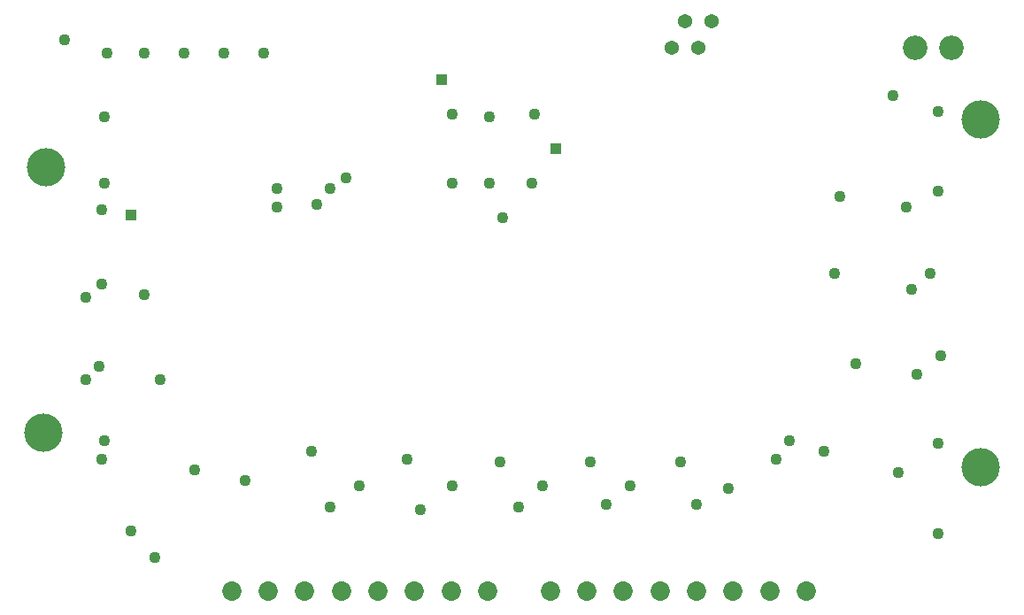
<source format=gbs>
G75*
%MOIN*%
%OFA0B0*%
%FSLAX24Y24*%
%IPPOS*%
%LPD*%
%AMOC8*
5,1,8,0,0,1.08239X$1,22.5*
%
%ADD10C,0.0920*%
%ADD11C,0.1444*%
%ADD12C,0.0729*%
%ADD13C,0.0540*%
%ADD14C,0.0436*%
%ADD15R,0.0436X0.0436*%
D10*
X033931Y027027D03*
X035309Y027027D03*
D11*
X036400Y024327D03*
X036400Y011227D03*
X001200Y022527D03*
X001100Y012527D03*
D12*
X008177Y006587D03*
X009555Y006587D03*
X010933Y006587D03*
X012311Y006587D03*
X013689Y006587D03*
X015067Y006587D03*
X016445Y006587D03*
X017823Y006587D03*
X020177Y006587D03*
X021555Y006587D03*
X022933Y006587D03*
X024311Y006587D03*
X025689Y006587D03*
X027067Y006587D03*
X028445Y006587D03*
X029823Y006587D03*
D13*
X025750Y027027D03*
X024750Y027027D03*
X025250Y028027D03*
X026250Y028027D03*
D14*
X019600Y024527D03*
X017900Y024427D03*
X016500Y024527D03*
X016500Y021927D03*
X017900Y021927D03*
X018400Y020627D03*
X019500Y021927D03*
X012500Y022127D03*
X011900Y021727D03*
X011400Y021127D03*
X009900Y021027D03*
X009900Y021727D03*
X004900Y017727D03*
X003300Y018127D03*
X002700Y017627D03*
X003200Y015027D03*
X002700Y014527D03*
X003400Y012227D03*
X003300Y011527D03*
X004400Y008827D03*
X005300Y007827D03*
X008700Y010727D03*
X006800Y011127D03*
X005500Y014527D03*
X011200Y011827D03*
X013000Y010527D03*
X011900Y009727D03*
X014800Y011527D03*
X016500Y010527D03*
X015300Y009627D03*
X018300Y011427D03*
X019900Y010527D03*
X019000Y009727D03*
X021700Y011427D03*
X023200Y010527D03*
X022300Y009827D03*
X025100Y011427D03*
X025700Y009827D03*
X026900Y010427D03*
X028700Y011527D03*
X029200Y012227D03*
X030500Y011827D03*
X033300Y011027D03*
X034800Y012127D03*
X034000Y014727D03*
X034900Y015427D03*
X033800Y017927D03*
X034500Y018527D03*
X033600Y021027D03*
X034800Y021627D03*
X034800Y024627D03*
X033100Y025227D03*
X031100Y021427D03*
X030900Y018527D03*
X031700Y015127D03*
X034800Y008727D03*
X009400Y026827D03*
X007900Y026827D03*
X006400Y026827D03*
X004900Y026827D03*
X003500Y026827D03*
X001900Y027327D03*
X003400Y024427D03*
X003400Y021927D03*
X003300Y020927D03*
D15*
X004400Y020727D03*
X016100Y025827D03*
X020400Y023227D03*
M02*

</source>
